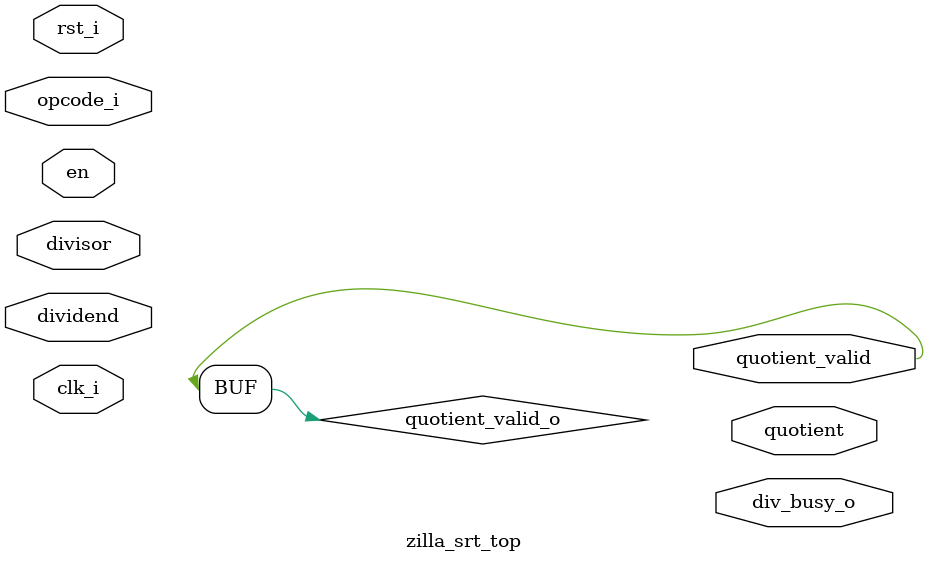
<source format=v>
`timescale 1ns/1ps
module zilla_srt_top
#(
parameter DATA_WIDTH = 0,
parameter INSTRUCTION_WIDTH = 0
)
(
input                   clk_i           ,
input                   rst_i           ,
input                   en              ,
input [DATA_WIDTH-1:0]  dividend        ,
input [DATA_WIDTH-1:0]  divisor         ,
input [31:0]            opcode_i  ,
output [DATA_WIDTH-1:0] quotient        ,
output                  quotient_valid ,
output                  div_busy_o

);
reg [DATA_WIDTH-1:0] dividend_r;
reg [DATA_WIDTH-1:0] divisor_r;
reg en_r;
wire en_r1;

always@(posedge clk_i or negedge rst_i)
begin
    if(!rst_i)
    begin
        en_r <= 1'b0;
    end
    else
    begin
        en_r <= en;
    end
end


assign en_r1 = (en && (!en_r));

always@(posedge clk_i or negedge rst_i)
begin
    if(!rst_i)
    begin
        dividend_r <= 0;
        divisor_r <= 0;
    end
    else
    begin
        if(en_r1)
        begin
        dividend_r <= dividend;
        divisor_r <= divisor;
    end
    end
end


`ifdef ZILLA_64_BIT
zilla_srt_64_bit 
zilla_srt_64_inst(

 .clk_i           (clk_i            ),
 .rst_i           (rst_i            ),
 .valid_i         (en               ),
 .opcode_i        (opcode_i         ),
 .operand_dividend(dividend_r         ),
 .operand_divisor (divisor_r          ),
 .valid_o         (quotient_valid_o         ),
 .div_rem_value_o (quotient   ),
 .div_busy_o       (div_busy_o)
				 );
 
 `elsif ZILLA_32_BIT                

 zilla_srt_32_bit
 zilla_srt_32_bit_inst
 (
.clk_i           (clk_i          ),
.rst_i           (rst_i          ),
.valid_i         (en             ),
.opcode_i        (opcode_i       ),
.operand_dividend(dividend_r       ),
.operand_divisor (divisor_r        ),
.valid_o         (quotient_valid_o       ),
.div_rem_value_o (quotient ),
.div_busy_o      (div_busy_o    )
				 );

`endif

assign quotient_valid = quotient_valid_o;

endmodule


</source>
